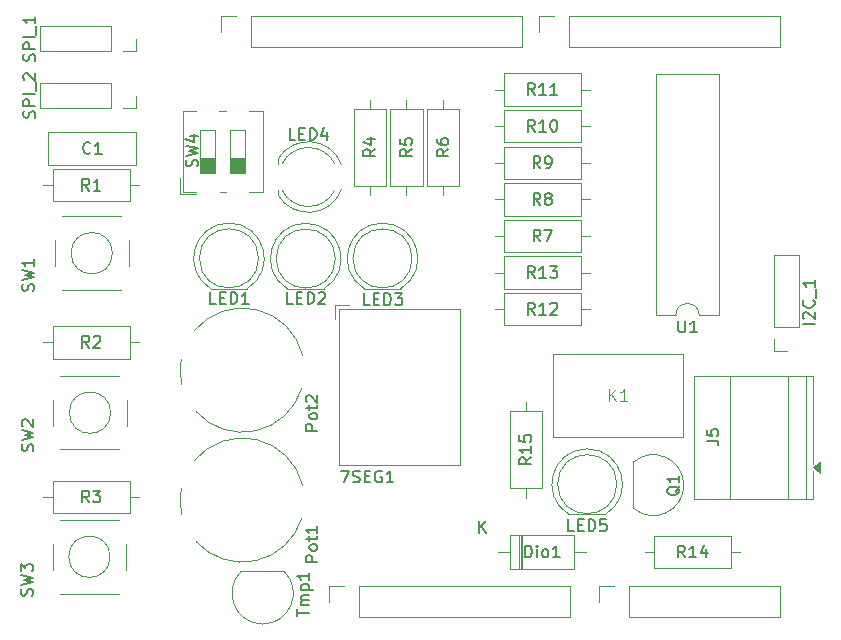
<source format=gbr>
G04 #@! TF.GenerationSoftware,KiCad,Pcbnew,9.0.4*
G04 #@! TF.CreationDate,2025-10-13T09:43:54+02:00*
G04 #@! TF.ProjectId,p1,70312e6b-6963-4616-945f-706362585858,rev?*
G04 #@! TF.SameCoordinates,Original*
G04 #@! TF.FileFunction,Legend,Top*
G04 #@! TF.FilePolarity,Positive*
%FSLAX46Y46*%
G04 Gerber Fmt 4.6, Leading zero omitted, Abs format (unit mm)*
G04 Created by KiCad (PCBNEW 9.0.4) date 2025-10-13 09:43:54*
%MOMM*%
%LPD*%
G01*
G04 APERTURE LIST*
%ADD10C,0.150000*%
%ADD11C,0.100000*%
%ADD12C,0.120000*%
G04 APERTURE END LIST*
D10*
X156350057Y-87685238D02*
X156302438Y-87780476D01*
X156302438Y-87780476D02*
X156207200Y-87875714D01*
X156207200Y-87875714D02*
X156064342Y-88018571D01*
X156064342Y-88018571D02*
X156016723Y-88113809D01*
X156016723Y-88113809D02*
X156016723Y-88209047D01*
X156254819Y-88161428D02*
X156207200Y-88256666D01*
X156207200Y-88256666D02*
X156111961Y-88351904D01*
X156111961Y-88351904D02*
X155921485Y-88399523D01*
X155921485Y-88399523D02*
X155588152Y-88399523D01*
X155588152Y-88399523D02*
X155397676Y-88351904D01*
X155397676Y-88351904D02*
X155302438Y-88256666D01*
X155302438Y-88256666D02*
X155254819Y-88161428D01*
X155254819Y-88161428D02*
X155254819Y-87970952D01*
X155254819Y-87970952D02*
X155302438Y-87875714D01*
X155302438Y-87875714D02*
X155397676Y-87780476D01*
X155397676Y-87780476D02*
X155588152Y-87732857D01*
X155588152Y-87732857D02*
X155921485Y-87732857D01*
X155921485Y-87732857D02*
X156111961Y-87780476D01*
X156111961Y-87780476D02*
X156207200Y-87875714D01*
X156207200Y-87875714D02*
X156254819Y-87970952D01*
X156254819Y-87970952D02*
X156254819Y-88161428D01*
X156254819Y-86780476D02*
X156254819Y-87351904D01*
X156254819Y-87066190D02*
X155254819Y-87066190D01*
X155254819Y-87066190D02*
X155397676Y-87161428D01*
X155397676Y-87161428D02*
X155492914Y-87256666D01*
X155492914Y-87256666D02*
X155540533Y-87351904D01*
X117080952Y-72254819D02*
X116604762Y-72254819D01*
X116604762Y-72254819D02*
X116604762Y-71254819D01*
X117414286Y-71731009D02*
X117747619Y-71731009D01*
X117890476Y-72254819D02*
X117414286Y-72254819D01*
X117414286Y-72254819D02*
X117414286Y-71254819D01*
X117414286Y-71254819D02*
X117890476Y-71254819D01*
X118319048Y-72254819D02*
X118319048Y-71254819D01*
X118319048Y-71254819D02*
X118557143Y-71254819D01*
X118557143Y-71254819D02*
X118700000Y-71302438D01*
X118700000Y-71302438D02*
X118795238Y-71397676D01*
X118795238Y-71397676D02*
X118842857Y-71492914D01*
X118842857Y-71492914D02*
X118890476Y-71683390D01*
X118890476Y-71683390D02*
X118890476Y-71826247D01*
X118890476Y-71826247D02*
X118842857Y-72016723D01*
X118842857Y-72016723D02*
X118795238Y-72111961D01*
X118795238Y-72111961D02*
X118700000Y-72207200D01*
X118700000Y-72207200D02*
X118557143Y-72254819D01*
X118557143Y-72254819D02*
X118319048Y-72254819D01*
X119842857Y-72254819D02*
X119271429Y-72254819D01*
X119557143Y-72254819D02*
X119557143Y-71254819D01*
X119557143Y-71254819D02*
X119461905Y-71397676D01*
X119461905Y-71397676D02*
X119366667Y-71492914D01*
X119366667Y-71492914D02*
X119271429Y-71540533D01*
X143251429Y-93704819D02*
X143251429Y-92704819D01*
X143251429Y-92704819D02*
X143489524Y-92704819D01*
X143489524Y-92704819D02*
X143632381Y-92752438D01*
X143632381Y-92752438D02*
X143727619Y-92847676D01*
X143727619Y-92847676D02*
X143775238Y-92942914D01*
X143775238Y-92942914D02*
X143822857Y-93133390D01*
X143822857Y-93133390D02*
X143822857Y-93276247D01*
X143822857Y-93276247D02*
X143775238Y-93466723D01*
X143775238Y-93466723D02*
X143727619Y-93561961D01*
X143727619Y-93561961D02*
X143632381Y-93657200D01*
X143632381Y-93657200D02*
X143489524Y-93704819D01*
X143489524Y-93704819D02*
X143251429Y-93704819D01*
X144251429Y-93704819D02*
X144251429Y-93038152D01*
X144251429Y-92704819D02*
X144203810Y-92752438D01*
X144203810Y-92752438D02*
X144251429Y-92800057D01*
X144251429Y-92800057D02*
X144299048Y-92752438D01*
X144299048Y-92752438D02*
X144251429Y-92704819D01*
X144251429Y-92704819D02*
X144251429Y-92800057D01*
X144870476Y-93704819D02*
X144775238Y-93657200D01*
X144775238Y-93657200D02*
X144727619Y-93609580D01*
X144727619Y-93609580D02*
X144680000Y-93514342D01*
X144680000Y-93514342D02*
X144680000Y-93228628D01*
X144680000Y-93228628D02*
X144727619Y-93133390D01*
X144727619Y-93133390D02*
X144775238Y-93085771D01*
X144775238Y-93085771D02*
X144870476Y-93038152D01*
X144870476Y-93038152D02*
X145013333Y-93038152D01*
X145013333Y-93038152D02*
X145108571Y-93085771D01*
X145108571Y-93085771D02*
X145156190Y-93133390D01*
X145156190Y-93133390D02*
X145203809Y-93228628D01*
X145203809Y-93228628D02*
X145203809Y-93514342D01*
X145203809Y-93514342D02*
X145156190Y-93609580D01*
X145156190Y-93609580D02*
X145108571Y-93657200D01*
X145108571Y-93657200D02*
X145013333Y-93704819D01*
X145013333Y-93704819D02*
X144870476Y-93704819D01*
X146156190Y-93704819D02*
X145584762Y-93704819D01*
X145870476Y-93704819D02*
X145870476Y-92704819D01*
X145870476Y-92704819D02*
X145775238Y-92847676D01*
X145775238Y-92847676D02*
X145680000Y-92942914D01*
X145680000Y-92942914D02*
X145584762Y-92990533D01*
X139338095Y-91604819D02*
X139338095Y-90604819D01*
X139909523Y-91604819D02*
X139480952Y-91033390D01*
X139909523Y-90604819D02*
X139338095Y-91176247D01*
X147380952Y-91479819D02*
X146904762Y-91479819D01*
X146904762Y-91479819D02*
X146904762Y-90479819D01*
X147714286Y-90956009D02*
X148047619Y-90956009D01*
X148190476Y-91479819D02*
X147714286Y-91479819D01*
X147714286Y-91479819D02*
X147714286Y-90479819D01*
X147714286Y-90479819D02*
X148190476Y-90479819D01*
X148619048Y-91479819D02*
X148619048Y-90479819D01*
X148619048Y-90479819D02*
X148857143Y-90479819D01*
X148857143Y-90479819D02*
X149000000Y-90527438D01*
X149000000Y-90527438D02*
X149095238Y-90622676D01*
X149095238Y-90622676D02*
X149142857Y-90717914D01*
X149142857Y-90717914D02*
X149190476Y-90908390D01*
X149190476Y-90908390D02*
X149190476Y-91051247D01*
X149190476Y-91051247D02*
X149142857Y-91241723D01*
X149142857Y-91241723D02*
X149095238Y-91336961D01*
X149095238Y-91336961D02*
X149000000Y-91432200D01*
X149000000Y-91432200D02*
X148857143Y-91479819D01*
X148857143Y-91479819D02*
X148619048Y-91479819D01*
X150095238Y-90479819D02*
X149619048Y-90479819D01*
X149619048Y-90479819D02*
X149571429Y-90956009D01*
X149571429Y-90956009D02*
X149619048Y-90908390D01*
X149619048Y-90908390D02*
X149714286Y-90860771D01*
X149714286Y-90860771D02*
X149952381Y-90860771D01*
X149952381Y-90860771D02*
X150047619Y-90908390D01*
X150047619Y-90908390D02*
X150095238Y-90956009D01*
X150095238Y-90956009D02*
X150142857Y-91051247D01*
X150142857Y-91051247D02*
X150142857Y-91289342D01*
X150142857Y-91289342D02*
X150095238Y-91384580D01*
X150095238Y-91384580D02*
X150047619Y-91432200D01*
X150047619Y-91432200D02*
X149952381Y-91479819D01*
X149952381Y-91479819D02*
X149714286Y-91479819D01*
X149714286Y-91479819D02*
X149619048Y-91432200D01*
X149619048Y-91432200D02*
X149571429Y-91384580D01*
D11*
X150361905Y-80457419D02*
X150361905Y-79457419D01*
X150933333Y-80457419D02*
X150504762Y-79885990D01*
X150933333Y-79457419D02*
X150361905Y-80028847D01*
X151885714Y-80457419D02*
X151314286Y-80457419D01*
X151600000Y-80457419D02*
X151600000Y-79457419D01*
X151600000Y-79457419D02*
X151504762Y-79600276D01*
X151504762Y-79600276D02*
X151409524Y-79695514D01*
X151409524Y-79695514D02*
X151314286Y-79743133D01*
D10*
X127661905Y-86354819D02*
X128328571Y-86354819D01*
X128328571Y-86354819D02*
X127900000Y-87354819D01*
X128661905Y-87307200D02*
X128804762Y-87354819D01*
X128804762Y-87354819D02*
X129042857Y-87354819D01*
X129042857Y-87354819D02*
X129138095Y-87307200D01*
X129138095Y-87307200D02*
X129185714Y-87259580D01*
X129185714Y-87259580D02*
X129233333Y-87164342D01*
X129233333Y-87164342D02*
X129233333Y-87069104D01*
X129233333Y-87069104D02*
X129185714Y-86973866D01*
X129185714Y-86973866D02*
X129138095Y-86926247D01*
X129138095Y-86926247D02*
X129042857Y-86878628D01*
X129042857Y-86878628D02*
X128852381Y-86831009D01*
X128852381Y-86831009D02*
X128757143Y-86783390D01*
X128757143Y-86783390D02*
X128709524Y-86735771D01*
X128709524Y-86735771D02*
X128661905Y-86640533D01*
X128661905Y-86640533D02*
X128661905Y-86545295D01*
X128661905Y-86545295D02*
X128709524Y-86450057D01*
X128709524Y-86450057D02*
X128757143Y-86402438D01*
X128757143Y-86402438D02*
X128852381Y-86354819D01*
X128852381Y-86354819D02*
X129090476Y-86354819D01*
X129090476Y-86354819D02*
X129233333Y-86402438D01*
X129661905Y-86831009D02*
X129995238Y-86831009D01*
X130138095Y-87354819D02*
X129661905Y-87354819D01*
X129661905Y-87354819D02*
X129661905Y-86354819D01*
X129661905Y-86354819D02*
X130138095Y-86354819D01*
X131090476Y-86402438D02*
X130995238Y-86354819D01*
X130995238Y-86354819D02*
X130852381Y-86354819D01*
X130852381Y-86354819D02*
X130709524Y-86402438D01*
X130709524Y-86402438D02*
X130614286Y-86497676D01*
X130614286Y-86497676D02*
X130566667Y-86592914D01*
X130566667Y-86592914D02*
X130519048Y-86783390D01*
X130519048Y-86783390D02*
X130519048Y-86926247D01*
X130519048Y-86926247D02*
X130566667Y-87116723D01*
X130566667Y-87116723D02*
X130614286Y-87211961D01*
X130614286Y-87211961D02*
X130709524Y-87307200D01*
X130709524Y-87307200D02*
X130852381Y-87354819D01*
X130852381Y-87354819D02*
X130947619Y-87354819D01*
X130947619Y-87354819D02*
X131090476Y-87307200D01*
X131090476Y-87307200D02*
X131138095Y-87259580D01*
X131138095Y-87259580D02*
X131138095Y-86926247D01*
X131138095Y-86926247D02*
X130947619Y-86926247D01*
X132090476Y-87354819D02*
X131519048Y-87354819D01*
X131804762Y-87354819D02*
X131804762Y-86354819D01*
X131804762Y-86354819D02*
X131709524Y-86497676D01*
X131709524Y-86497676D02*
X131614286Y-86592914D01*
X131614286Y-86592914D02*
X131519048Y-86640533D01*
X144057142Y-54554819D02*
X143723809Y-54078628D01*
X143485714Y-54554819D02*
X143485714Y-53554819D01*
X143485714Y-53554819D02*
X143866666Y-53554819D01*
X143866666Y-53554819D02*
X143961904Y-53602438D01*
X143961904Y-53602438D02*
X144009523Y-53650057D01*
X144009523Y-53650057D02*
X144057142Y-53745295D01*
X144057142Y-53745295D02*
X144057142Y-53888152D01*
X144057142Y-53888152D02*
X144009523Y-53983390D01*
X144009523Y-53983390D02*
X143961904Y-54031009D01*
X143961904Y-54031009D02*
X143866666Y-54078628D01*
X143866666Y-54078628D02*
X143485714Y-54078628D01*
X145009523Y-54554819D02*
X144438095Y-54554819D01*
X144723809Y-54554819D02*
X144723809Y-53554819D01*
X144723809Y-53554819D02*
X144628571Y-53697676D01*
X144628571Y-53697676D02*
X144533333Y-53792914D01*
X144533333Y-53792914D02*
X144438095Y-53840533D01*
X145961904Y-54554819D02*
X145390476Y-54554819D01*
X145676190Y-54554819D02*
X145676190Y-53554819D01*
X145676190Y-53554819D02*
X145580952Y-53697676D01*
X145580952Y-53697676D02*
X145485714Y-53792914D01*
X145485714Y-53792914D02*
X145390476Y-53840533D01*
X144533333Y-63854819D02*
X144200000Y-63378628D01*
X143961905Y-63854819D02*
X143961905Y-62854819D01*
X143961905Y-62854819D02*
X144342857Y-62854819D01*
X144342857Y-62854819D02*
X144438095Y-62902438D01*
X144438095Y-62902438D02*
X144485714Y-62950057D01*
X144485714Y-62950057D02*
X144533333Y-63045295D01*
X144533333Y-63045295D02*
X144533333Y-63188152D01*
X144533333Y-63188152D02*
X144485714Y-63283390D01*
X144485714Y-63283390D02*
X144438095Y-63331009D01*
X144438095Y-63331009D02*
X144342857Y-63378628D01*
X144342857Y-63378628D02*
X143961905Y-63378628D01*
X145104762Y-63283390D02*
X145009524Y-63235771D01*
X145009524Y-63235771D02*
X144961905Y-63188152D01*
X144961905Y-63188152D02*
X144914286Y-63092914D01*
X144914286Y-63092914D02*
X144914286Y-63045295D01*
X144914286Y-63045295D02*
X144961905Y-62950057D01*
X144961905Y-62950057D02*
X145009524Y-62902438D01*
X145009524Y-62902438D02*
X145104762Y-62854819D01*
X145104762Y-62854819D02*
X145295238Y-62854819D01*
X145295238Y-62854819D02*
X145390476Y-62902438D01*
X145390476Y-62902438D02*
X145438095Y-62950057D01*
X145438095Y-62950057D02*
X145485714Y-63045295D01*
X145485714Y-63045295D02*
X145485714Y-63092914D01*
X145485714Y-63092914D02*
X145438095Y-63188152D01*
X145438095Y-63188152D02*
X145390476Y-63235771D01*
X145390476Y-63235771D02*
X145295238Y-63283390D01*
X145295238Y-63283390D02*
X145104762Y-63283390D01*
X145104762Y-63283390D02*
X145009524Y-63331009D01*
X145009524Y-63331009D02*
X144961905Y-63378628D01*
X144961905Y-63378628D02*
X144914286Y-63473866D01*
X144914286Y-63473866D02*
X144914286Y-63664342D01*
X144914286Y-63664342D02*
X144961905Y-63759580D01*
X144961905Y-63759580D02*
X145009524Y-63807200D01*
X145009524Y-63807200D02*
X145104762Y-63854819D01*
X145104762Y-63854819D02*
X145295238Y-63854819D01*
X145295238Y-63854819D02*
X145390476Y-63807200D01*
X145390476Y-63807200D02*
X145438095Y-63759580D01*
X145438095Y-63759580D02*
X145485714Y-63664342D01*
X145485714Y-63664342D02*
X145485714Y-63473866D01*
X145485714Y-63473866D02*
X145438095Y-63378628D01*
X145438095Y-63378628D02*
X145390476Y-63331009D01*
X145390476Y-63331009D02*
X145295238Y-63283390D01*
X158604819Y-83833333D02*
X159319104Y-83833333D01*
X159319104Y-83833333D02*
X159461961Y-83880952D01*
X159461961Y-83880952D02*
X159557200Y-83976190D01*
X159557200Y-83976190D02*
X159604819Y-84119047D01*
X159604819Y-84119047D02*
X159604819Y-84214285D01*
X158604819Y-82880952D02*
X158604819Y-83357142D01*
X158604819Y-83357142D02*
X159081009Y-83404761D01*
X159081009Y-83404761D02*
X159033390Y-83357142D01*
X159033390Y-83357142D02*
X158985771Y-83261904D01*
X158985771Y-83261904D02*
X158985771Y-83023809D01*
X158985771Y-83023809D02*
X159033390Y-82928571D01*
X159033390Y-82928571D02*
X159081009Y-82880952D01*
X159081009Y-82880952D02*
X159176247Y-82833333D01*
X159176247Y-82833333D02*
X159414342Y-82833333D01*
X159414342Y-82833333D02*
X159509580Y-82880952D01*
X159509580Y-82880952D02*
X159557200Y-82928571D01*
X159557200Y-82928571D02*
X159604819Y-83023809D01*
X159604819Y-83023809D02*
X159604819Y-83261904D01*
X159604819Y-83261904D02*
X159557200Y-83357142D01*
X159557200Y-83357142D02*
X159509580Y-83404761D01*
X143754819Y-85242857D02*
X143278628Y-85576190D01*
X143754819Y-85814285D02*
X142754819Y-85814285D01*
X142754819Y-85814285D02*
X142754819Y-85433333D01*
X142754819Y-85433333D02*
X142802438Y-85338095D01*
X142802438Y-85338095D02*
X142850057Y-85290476D01*
X142850057Y-85290476D02*
X142945295Y-85242857D01*
X142945295Y-85242857D02*
X143088152Y-85242857D01*
X143088152Y-85242857D02*
X143183390Y-85290476D01*
X143183390Y-85290476D02*
X143231009Y-85338095D01*
X143231009Y-85338095D02*
X143278628Y-85433333D01*
X143278628Y-85433333D02*
X143278628Y-85814285D01*
X143754819Y-84290476D02*
X143754819Y-84861904D01*
X143754819Y-84576190D02*
X142754819Y-84576190D01*
X142754819Y-84576190D02*
X142897676Y-84671428D01*
X142897676Y-84671428D02*
X142992914Y-84766666D01*
X142992914Y-84766666D02*
X143040533Y-84861904D01*
X142754819Y-83385714D02*
X142754819Y-83861904D01*
X142754819Y-83861904D02*
X143231009Y-83909523D01*
X143231009Y-83909523D02*
X143183390Y-83861904D01*
X143183390Y-83861904D02*
X143135771Y-83766666D01*
X143135771Y-83766666D02*
X143135771Y-83528571D01*
X143135771Y-83528571D02*
X143183390Y-83433333D01*
X143183390Y-83433333D02*
X143231009Y-83385714D01*
X143231009Y-83385714D02*
X143326247Y-83338095D01*
X143326247Y-83338095D02*
X143564342Y-83338095D01*
X143564342Y-83338095D02*
X143659580Y-83385714D01*
X143659580Y-83385714D02*
X143707200Y-83433333D01*
X143707200Y-83433333D02*
X143754819Y-83528571D01*
X143754819Y-83528571D02*
X143754819Y-83766666D01*
X143754819Y-83766666D02*
X143707200Y-83861904D01*
X143707200Y-83861904D02*
X143659580Y-83909523D01*
X156228095Y-73664819D02*
X156228095Y-74474342D01*
X156228095Y-74474342D02*
X156275714Y-74569580D01*
X156275714Y-74569580D02*
X156323333Y-74617200D01*
X156323333Y-74617200D02*
X156418571Y-74664819D01*
X156418571Y-74664819D02*
X156609047Y-74664819D01*
X156609047Y-74664819D02*
X156704285Y-74617200D01*
X156704285Y-74617200D02*
X156751904Y-74569580D01*
X156751904Y-74569580D02*
X156799523Y-74474342D01*
X156799523Y-74474342D02*
X156799523Y-73664819D01*
X157799523Y-74664819D02*
X157228095Y-74664819D01*
X157513809Y-74664819D02*
X157513809Y-73664819D01*
X157513809Y-73664819D02*
X157418571Y-73807676D01*
X157418571Y-73807676D02*
X157323333Y-73902914D01*
X157323333Y-73902914D02*
X157228095Y-73950533D01*
X123580952Y-72254819D02*
X123104762Y-72254819D01*
X123104762Y-72254819D02*
X123104762Y-71254819D01*
X123914286Y-71731009D02*
X124247619Y-71731009D01*
X124390476Y-72254819D02*
X123914286Y-72254819D01*
X123914286Y-72254819D02*
X123914286Y-71254819D01*
X123914286Y-71254819D02*
X124390476Y-71254819D01*
X124819048Y-72254819D02*
X124819048Y-71254819D01*
X124819048Y-71254819D02*
X125057143Y-71254819D01*
X125057143Y-71254819D02*
X125200000Y-71302438D01*
X125200000Y-71302438D02*
X125295238Y-71397676D01*
X125295238Y-71397676D02*
X125342857Y-71492914D01*
X125342857Y-71492914D02*
X125390476Y-71683390D01*
X125390476Y-71683390D02*
X125390476Y-71826247D01*
X125390476Y-71826247D02*
X125342857Y-72016723D01*
X125342857Y-72016723D02*
X125295238Y-72111961D01*
X125295238Y-72111961D02*
X125200000Y-72207200D01*
X125200000Y-72207200D02*
X125057143Y-72254819D01*
X125057143Y-72254819D02*
X124819048Y-72254819D01*
X125771429Y-71350057D02*
X125819048Y-71302438D01*
X125819048Y-71302438D02*
X125914286Y-71254819D01*
X125914286Y-71254819D02*
X126152381Y-71254819D01*
X126152381Y-71254819D02*
X126247619Y-71302438D01*
X126247619Y-71302438D02*
X126295238Y-71350057D01*
X126295238Y-71350057D02*
X126342857Y-71445295D01*
X126342857Y-71445295D02*
X126342857Y-71540533D01*
X126342857Y-71540533D02*
X126295238Y-71683390D01*
X126295238Y-71683390D02*
X125723810Y-72254819D01*
X125723810Y-72254819D02*
X126342857Y-72254819D01*
X144057142Y-57654819D02*
X143723809Y-57178628D01*
X143485714Y-57654819D02*
X143485714Y-56654819D01*
X143485714Y-56654819D02*
X143866666Y-56654819D01*
X143866666Y-56654819D02*
X143961904Y-56702438D01*
X143961904Y-56702438D02*
X144009523Y-56750057D01*
X144009523Y-56750057D02*
X144057142Y-56845295D01*
X144057142Y-56845295D02*
X144057142Y-56988152D01*
X144057142Y-56988152D02*
X144009523Y-57083390D01*
X144009523Y-57083390D02*
X143961904Y-57131009D01*
X143961904Y-57131009D02*
X143866666Y-57178628D01*
X143866666Y-57178628D02*
X143485714Y-57178628D01*
X145009523Y-57654819D02*
X144438095Y-57654819D01*
X144723809Y-57654819D02*
X144723809Y-56654819D01*
X144723809Y-56654819D02*
X144628571Y-56797676D01*
X144628571Y-56797676D02*
X144533333Y-56892914D01*
X144533333Y-56892914D02*
X144438095Y-56940533D01*
X145628571Y-56654819D02*
X145723809Y-56654819D01*
X145723809Y-56654819D02*
X145819047Y-56702438D01*
X145819047Y-56702438D02*
X145866666Y-56750057D01*
X145866666Y-56750057D02*
X145914285Y-56845295D01*
X145914285Y-56845295D02*
X145961904Y-57035771D01*
X145961904Y-57035771D02*
X145961904Y-57273866D01*
X145961904Y-57273866D02*
X145914285Y-57464342D01*
X145914285Y-57464342D02*
X145866666Y-57559580D01*
X145866666Y-57559580D02*
X145819047Y-57607200D01*
X145819047Y-57607200D02*
X145723809Y-57654819D01*
X145723809Y-57654819D02*
X145628571Y-57654819D01*
X145628571Y-57654819D02*
X145533333Y-57607200D01*
X145533333Y-57607200D02*
X145485714Y-57559580D01*
X145485714Y-57559580D02*
X145438095Y-57464342D01*
X145438095Y-57464342D02*
X145390476Y-57273866D01*
X145390476Y-57273866D02*
X145390476Y-57035771D01*
X145390476Y-57035771D02*
X145438095Y-56845295D01*
X145438095Y-56845295D02*
X145485714Y-56750057D01*
X145485714Y-56750057D02*
X145533333Y-56702438D01*
X145533333Y-56702438D02*
X145628571Y-56654819D01*
X106333333Y-89054819D02*
X106000000Y-88578628D01*
X105761905Y-89054819D02*
X105761905Y-88054819D01*
X105761905Y-88054819D02*
X106142857Y-88054819D01*
X106142857Y-88054819D02*
X106238095Y-88102438D01*
X106238095Y-88102438D02*
X106285714Y-88150057D01*
X106285714Y-88150057D02*
X106333333Y-88245295D01*
X106333333Y-88245295D02*
X106333333Y-88388152D01*
X106333333Y-88388152D02*
X106285714Y-88483390D01*
X106285714Y-88483390D02*
X106238095Y-88531009D01*
X106238095Y-88531009D02*
X106142857Y-88578628D01*
X106142857Y-88578628D02*
X105761905Y-88578628D01*
X106666667Y-88054819D02*
X107285714Y-88054819D01*
X107285714Y-88054819D02*
X106952381Y-88435771D01*
X106952381Y-88435771D02*
X107095238Y-88435771D01*
X107095238Y-88435771D02*
X107190476Y-88483390D01*
X107190476Y-88483390D02*
X107238095Y-88531009D01*
X107238095Y-88531009D02*
X107285714Y-88626247D01*
X107285714Y-88626247D02*
X107285714Y-88864342D01*
X107285714Y-88864342D02*
X107238095Y-88959580D01*
X107238095Y-88959580D02*
X107190476Y-89007200D01*
X107190476Y-89007200D02*
X107095238Y-89054819D01*
X107095238Y-89054819D02*
X106809524Y-89054819D01*
X106809524Y-89054819D02*
X106714286Y-89007200D01*
X106714286Y-89007200D02*
X106666667Y-88959580D01*
X101507200Y-96933332D02*
X101554819Y-96790475D01*
X101554819Y-96790475D02*
X101554819Y-96552380D01*
X101554819Y-96552380D02*
X101507200Y-96457142D01*
X101507200Y-96457142D02*
X101459580Y-96409523D01*
X101459580Y-96409523D02*
X101364342Y-96361904D01*
X101364342Y-96361904D02*
X101269104Y-96361904D01*
X101269104Y-96361904D02*
X101173866Y-96409523D01*
X101173866Y-96409523D02*
X101126247Y-96457142D01*
X101126247Y-96457142D02*
X101078628Y-96552380D01*
X101078628Y-96552380D02*
X101031009Y-96742856D01*
X101031009Y-96742856D02*
X100983390Y-96838094D01*
X100983390Y-96838094D02*
X100935771Y-96885713D01*
X100935771Y-96885713D02*
X100840533Y-96933332D01*
X100840533Y-96933332D02*
X100745295Y-96933332D01*
X100745295Y-96933332D02*
X100650057Y-96885713D01*
X100650057Y-96885713D02*
X100602438Y-96838094D01*
X100602438Y-96838094D02*
X100554819Y-96742856D01*
X100554819Y-96742856D02*
X100554819Y-96504761D01*
X100554819Y-96504761D02*
X100602438Y-96361904D01*
X100554819Y-96028570D02*
X101554819Y-95790475D01*
X101554819Y-95790475D02*
X100840533Y-95599999D01*
X100840533Y-95599999D02*
X101554819Y-95409523D01*
X101554819Y-95409523D02*
X100554819Y-95171428D01*
X100554819Y-94885713D02*
X100554819Y-94266666D01*
X100554819Y-94266666D02*
X100935771Y-94599999D01*
X100935771Y-94599999D02*
X100935771Y-94457142D01*
X100935771Y-94457142D02*
X100983390Y-94361904D01*
X100983390Y-94361904D02*
X101031009Y-94314285D01*
X101031009Y-94314285D02*
X101126247Y-94266666D01*
X101126247Y-94266666D02*
X101364342Y-94266666D01*
X101364342Y-94266666D02*
X101459580Y-94314285D01*
X101459580Y-94314285D02*
X101507200Y-94361904D01*
X101507200Y-94361904D02*
X101554819Y-94457142D01*
X101554819Y-94457142D02*
X101554819Y-94742856D01*
X101554819Y-94742856D02*
X101507200Y-94838094D01*
X101507200Y-94838094D02*
X101459580Y-94885713D01*
X106433333Y-59459580D02*
X106385714Y-59507200D01*
X106385714Y-59507200D02*
X106242857Y-59554819D01*
X106242857Y-59554819D02*
X106147619Y-59554819D01*
X106147619Y-59554819D02*
X106004762Y-59507200D01*
X106004762Y-59507200D02*
X105909524Y-59411961D01*
X105909524Y-59411961D02*
X105861905Y-59316723D01*
X105861905Y-59316723D02*
X105814286Y-59126247D01*
X105814286Y-59126247D02*
X105814286Y-58983390D01*
X105814286Y-58983390D02*
X105861905Y-58792914D01*
X105861905Y-58792914D02*
X105909524Y-58697676D01*
X105909524Y-58697676D02*
X106004762Y-58602438D01*
X106004762Y-58602438D02*
X106147619Y-58554819D01*
X106147619Y-58554819D02*
X106242857Y-58554819D01*
X106242857Y-58554819D02*
X106385714Y-58602438D01*
X106385714Y-58602438D02*
X106433333Y-58650057D01*
X107385714Y-59554819D02*
X106814286Y-59554819D01*
X107100000Y-59554819D02*
X107100000Y-58554819D01*
X107100000Y-58554819D02*
X107004762Y-58697676D01*
X107004762Y-58697676D02*
X106909524Y-58792914D01*
X106909524Y-58792914D02*
X106814286Y-58840533D01*
X144533333Y-66954819D02*
X144200000Y-66478628D01*
X143961905Y-66954819D02*
X143961905Y-65954819D01*
X143961905Y-65954819D02*
X144342857Y-65954819D01*
X144342857Y-65954819D02*
X144438095Y-66002438D01*
X144438095Y-66002438D02*
X144485714Y-66050057D01*
X144485714Y-66050057D02*
X144533333Y-66145295D01*
X144533333Y-66145295D02*
X144533333Y-66288152D01*
X144533333Y-66288152D02*
X144485714Y-66383390D01*
X144485714Y-66383390D02*
X144438095Y-66431009D01*
X144438095Y-66431009D02*
X144342857Y-66478628D01*
X144342857Y-66478628D02*
X143961905Y-66478628D01*
X144866667Y-65954819D02*
X145533333Y-65954819D01*
X145533333Y-65954819D02*
X145104762Y-66954819D01*
X123954819Y-98680951D02*
X123954819Y-98109523D01*
X124954819Y-98395237D02*
X123954819Y-98395237D01*
X124954819Y-97776189D02*
X124288152Y-97776189D01*
X124383390Y-97776189D02*
X124335771Y-97728570D01*
X124335771Y-97728570D02*
X124288152Y-97633332D01*
X124288152Y-97633332D02*
X124288152Y-97490475D01*
X124288152Y-97490475D02*
X124335771Y-97395237D01*
X124335771Y-97395237D02*
X124431009Y-97347618D01*
X124431009Y-97347618D02*
X124954819Y-97347618D01*
X124431009Y-97347618D02*
X124335771Y-97299999D01*
X124335771Y-97299999D02*
X124288152Y-97204761D01*
X124288152Y-97204761D02*
X124288152Y-97061904D01*
X124288152Y-97061904D02*
X124335771Y-96966665D01*
X124335771Y-96966665D02*
X124431009Y-96919046D01*
X124431009Y-96919046D02*
X124954819Y-96919046D01*
X124288152Y-96442856D02*
X125288152Y-96442856D01*
X124335771Y-96442856D02*
X124288152Y-96347618D01*
X124288152Y-96347618D02*
X124288152Y-96157142D01*
X124288152Y-96157142D02*
X124335771Y-96061904D01*
X124335771Y-96061904D02*
X124383390Y-96014285D01*
X124383390Y-96014285D02*
X124478628Y-95966666D01*
X124478628Y-95966666D02*
X124764342Y-95966666D01*
X124764342Y-95966666D02*
X124859580Y-96014285D01*
X124859580Y-96014285D02*
X124907200Y-96061904D01*
X124907200Y-96061904D02*
X124954819Y-96157142D01*
X124954819Y-96157142D02*
X124954819Y-96347618D01*
X124954819Y-96347618D02*
X124907200Y-96442856D01*
X124954819Y-95014285D02*
X124954819Y-95585713D01*
X124954819Y-95299999D02*
X123954819Y-95299999D01*
X123954819Y-95299999D02*
X124097676Y-95395237D01*
X124097676Y-95395237D02*
X124192914Y-95490475D01*
X124192914Y-95490475D02*
X124240533Y-95585713D01*
X115475897Y-60595177D02*
X115523516Y-60452320D01*
X115523516Y-60452320D02*
X115523516Y-60214225D01*
X115523516Y-60214225D02*
X115475897Y-60118987D01*
X115475897Y-60118987D02*
X115428277Y-60071368D01*
X115428277Y-60071368D02*
X115333039Y-60023749D01*
X115333039Y-60023749D02*
X115237801Y-60023749D01*
X115237801Y-60023749D02*
X115142563Y-60071368D01*
X115142563Y-60071368D02*
X115094944Y-60118987D01*
X115094944Y-60118987D02*
X115047325Y-60214225D01*
X115047325Y-60214225D02*
X114999706Y-60404701D01*
X114999706Y-60404701D02*
X114952087Y-60499939D01*
X114952087Y-60499939D02*
X114904468Y-60547558D01*
X114904468Y-60547558D02*
X114809230Y-60595177D01*
X114809230Y-60595177D02*
X114713992Y-60595177D01*
X114713992Y-60595177D02*
X114618754Y-60547558D01*
X114618754Y-60547558D02*
X114571135Y-60499939D01*
X114571135Y-60499939D02*
X114523516Y-60404701D01*
X114523516Y-60404701D02*
X114523516Y-60166606D01*
X114523516Y-60166606D02*
X114571135Y-60023749D01*
X114523516Y-59690415D02*
X115523516Y-59452320D01*
X115523516Y-59452320D02*
X114809230Y-59261844D01*
X114809230Y-59261844D02*
X115523516Y-59071368D01*
X115523516Y-59071368D02*
X114523516Y-58833273D01*
X114856849Y-58023749D02*
X115523516Y-58023749D01*
X114475897Y-58261844D02*
X115190182Y-58499939D01*
X115190182Y-58499939D02*
X115190182Y-57880892D01*
X106333333Y-75954819D02*
X106000000Y-75478628D01*
X105761905Y-75954819D02*
X105761905Y-74954819D01*
X105761905Y-74954819D02*
X106142857Y-74954819D01*
X106142857Y-74954819D02*
X106238095Y-75002438D01*
X106238095Y-75002438D02*
X106285714Y-75050057D01*
X106285714Y-75050057D02*
X106333333Y-75145295D01*
X106333333Y-75145295D02*
X106333333Y-75288152D01*
X106333333Y-75288152D02*
X106285714Y-75383390D01*
X106285714Y-75383390D02*
X106238095Y-75431009D01*
X106238095Y-75431009D02*
X106142857Y-75478628D01*
X106142857Y-75478628D02*
X105761905Y-75478628D01*
X106714286Y-75050057D02*
X106761905Y-75002438D01*
X106761905Y-75002438D02*
X106857143Y-74954819D01*
X106857143Y-74954819D02*
X107095238Y-74954819D01*
X107095238Y-74954819D02*
X107190476Y-75002438D01*
X107190476Y-75002438D02*
X107238095Y-75050057D01*
X107238095Y-75050057D02*
X107285714Y-75145295D01*
X107285714Y-75145295D02*
X107285714Y-75240533D01*
X107285714Y-75240533D02*
X107238095Y-75383390D01*
X107238095Y-75383390D02*
X106666667Y-75954819D01*
X106666667Y-75954819D02*
X107285714Y-75954819D01*
X136754819Y-59146666D02*
X136278628Y-59479999D01*
X136754819Y-59718094D02*
X135754819Y-59718094D01*
X135754819Y-59718094D02*
X135754819Y-59337142D01*
X135754819Y-59337142D02*
X135802438Y-59241904D01*
X135802438Y-59241904D02*
X135850057Y-59194285D01*
X135850057Y-59194285D02*
X135945295Y-59146666D01*
X135945295Y-59146666D02*
X136088152Y-59146666D01*
X136088152Y-59146666D02*
X136183390Y-59194285D01*
X136183390Y-59194285D02*
X136231009Y-59241904D01*
X136231009Y-59241904D02*
X136278628Y-59337142D01*
X136278628Y-59337142D02*
X136278628Y-59718094D01*
X135754819Y-58289523D02*
X135754819Y-58479999D01*
X135754819Y-58479999D02*
X135802438Y-58575237D01*
X135802438Y-58575237D02*
X135850057Y-58622856D01*
X135850057Y-58622856D02*
X135992914Y-58718094D01*
X135992914Y-58718094D02*
X136183390Y-58765713D01*
X136183390Y-58765713D02*
X136564342Y-58765713D01*
X136564342Y-58765713D02*
X136659580Y-58718094D01*
X136659580Y-58718094D02*
X136707200Y-58670475D01*
X136707200Y-58670475D02*
X136754819Y-58575237D01*
X136754819Y-58575237D02*
X136754819Y-58384761D01*
X136754819Y-58384761D02*
X136707200Y-58289523D01*
X136707200Y-58289523D02*
X136659580Y-58241904D01*
X136659580Y-58241904D02*
X136564342Y-58194285D01*
X136564342Y-58194285D02*
X136326247Y-58194285D01*
X136326247Y-58194285D02*
X136231009Y-58241904D01*
X136231009Y-58241904D02*
X136183390Y-58289523D01*
X136183390Y-58289523D02*
X136135771Y-58384761D01*
X136135771Y-58384761D02*
X136135771Y-58575237D01*
X136135771Y-58575237D02*
X136183390Y-58670475D01*
X136183390Y-58670475D02*
X136231009Y-58718094D01*
X136231009Y-58718094D02*
X136326247Y-58765713D01*
X156777142Y-93704819D02*
X156443809Y-93228628D01*
X156205714Y-93704819D02*
X156205714Y-92704819D01*
X156205714Y-92704819D02*
X156586666Y-92704819D01*
X156586666Y-92704819D02*
X156681904Y-92752438D01*
X156681904Y-92752438D02*
X156729523Y-92800057D01*
X156729523Y-92800057D02*
X156777142Y-92895295D01*
X156777142Y-92895295D02*
X156777142Y-93038152D01*
X156777142Y-93038152D02*
X156729523Y-93133390D01*
X156729523Y-93133390D02*
X156681904Y-93181009D01*
X156681904Y-93181009D02*
X156586666Y-93228628D01*
X156586666Y-93228628D02*
X156205714Y-93228628D01*
X157729523Y-93704819D02*
X157158095Y-93704819D01*
X157443809Y-93704819D02*
X157443809Y-92704819D01*
X157443809Y-92704819D02*
X157348571Y-92847676D01*
X157348571Y-92847676D02*
X157253333Y-92942914D01*
X157253333Y-92942914D02*
X157158095Y-92990533D01*
X158586666Y-93038152D02*
X158586666Y-93704819D01*
X158348571Y-92657200D02*
X158110476Y-93371485D01*
X158110476Y-93371485D02*
X158729523Y-93371485D01*
X144057142Y-73154819D02*
X143723809Y-72678628D01*
X143485714Y-73154819D02*
X143485714Y-72154819D01*
X143485714Y-72154819D02*
X143866666Y-72154819D01*
X143866666Y-72154819D02*
X143961904Y-72202438D01*
X143961904Y-72202438D02*
X144009523Y-72250057D01*
X144009523Y-72250057D02*
X144057142Y-72345295D01*
X144057142Y-72345295D02*
X144057142Y-72488152D01*
X144057142Y-72488152D02*
X144009523Y-72583390D01*
X144009523Y-72583390D02*
X143961904Y-72631009D01*
X143961904Y-72631009D02*
X143866666Y-72678628D01*
X143866666Y-72678628D02*
X143485714Y-72678628D01*
X145009523Y-73154819D02*
X144438095Y-73154819D01*
X144723809Y-73154819D02*
X144723809Y-72154819D01*
X144723809Y-72154819D02*
X144628571Y-72297676D01*
X144628571Y-72297676D02*
X144533333Y-72392914D01*
X144533333Y-72392914D02*
X144438095Y-72440533D01*
X145390476Y-72250057D02*
X145438095Y-72202438D01*
X145438095Y-72202438D02*
X145533333Y-72154819D01*
X145533333Y-72154819D02*
X145771428Y-72154819D01*
X145771428Y-72154819D02*
X145866666Y-72202438D01*
X145866666Y-72202438D02*
X145914285Y-72250057D01*
X145914285Y-72250057D02*
X145961904Y-72345295D01*
X145961904Y-72345295D02*
X145961904Y-72440533D01*
X145961904Y-72440533D02*
X145914285Y-72583390D01*
X145914285Y-72583390D02*
X145342857Y-73154819D01*
X145342857Y-73154819D02*
X145961904Y-73154819D01*
X123775952Y-58354819D02*
X123299762Y-58354819D01*
X123299762Y-58354819D02*
X123299762Y-57354819D01*
X124109286Y-57831009D02*
X124442619Y-57831009D01*
X124585476Y-58354819D02*
X124109286Y-58354819D01*
X124109286Y-58354819D02*
X124109286Y-57354819D01*
X124109286Y-57354819D02*
X124585476Y-57354819D01*
X125014048Y-58354819D02*
X125014048Y-57354819D01*
X125014048Y-57354819D02*
X125252143Y-57354819D01*
X125252143Y-57354819D02*
X125395000Y-57402438D01*
X125395000Y-57402438D02*
X125490238Y-57497676D01*
X125490238Y-57497676D02*
X125537857Y-57592914D01*
X125537857Y-57592914D02*
X125585476Y-57783390D01*
X125585476Y-57783390D02*
X125585476Y-57926247D01*
X125585476Y-57926247D02*
X125537857Y-58116723D01*
X125537857Y-58116723D02*
X125490238Y-58211961D01*
X125490238Y-58211961D02*
X125395000Y-58307200D01*
X125395000Y-58307200D02*
X125252143Y-58354819D01*
X125252143Y-58354819D02*
X125014048Y-58354819D01*
X126442619Y-57688152D02*
X126442619Y-58354819D01*
X126204524Y-57307200D02*
X125966429Y-58021485D01*
X125966429Y-58021485D02*
X126585476Y-58021485D01*
X130554819Y-59146666D02*
X130078628Y-59479999D01*
X130554819Y-59718094D02*
X129554819Y-59718094D01*
X129554819Y-59718094D02*
X129554819Y-59337142D01*
X129554819Y-59337142D02*
X129602438Y-59241904D01*
X129602438Y-59241904D02*
X129650057Y-59194285D01*
X129650057Y-59194285D02*
X129745295Y-59146666D01*
X129745295Y-59146666D02*
X129888152Y-59146666D01*
X129888152Y-59146666D02*
X129983390Y-59194285D01*
X129983390Y-59194285D02*
X130031009Y-59241904D01*
X130031009Y-59241904D02*
X130078628Y-59337142D01*
X130078628Y-59337142D02*
X130078628Y-59718094D01*
X129888152Y-58289523D02*
X130554819Y-58289523D01*
X129507200Y-58527618D02*
X130221485Y-58765713D01*
X130221485Y-58765713D02*
X130221485Y-58146666D01*
X130080952Y-72354819D02*
X129604762Y-72354819D01*
X129604762Y-72354819D02*
X129604762Y-71354819D01*
X130414286Y-71831009D02*
X130747619Y-71831009D01*
X130890476Y-72354819D02*
X130414286Y-72354819D01*
X130414286Y-72354819D02*
X130414286Y-71354819D01*
X130414286Y-71354819D02*
X130890476Y-71354819D01*
X131319048Y-72354819D02*
X131319048Y-71354819D01*
X131319048Y-71354819D02*
X131557143Y-71354819D01*
X131557143Y-71354819D02*
X131700000Y-71402438D01*
X131700000Y-71402438D02*
X131795238Y-71497676D01*
X131795238Y-71497676D02*
X131842857Y-71592914D01*
X131842857Y-71592914D02*
X131890476Y-71783390D01*
X131890476Y-71783390D02*
X131890476Y-71926247D01*
X131890476Y-71926247D02*
X131842857Y-72116723D01*
X131842857Y-72116723D02*
X131795238Y-72211961D01*
X131795238Y-72211961D02*
X131700000Y-72307200D01*
X131700000Y-72307200D02*
X131557143Y-72354819D01*
X131557143Y-72354819D02*
X131319048Y-72354819D01*
X132223810Y-71354819D02*
X132842857Y-71354819D01*
X132842857Y-71354819D02*
X132509524Y-71735771D01*
X132509524Y-71735771D02*
X132652381Y-71735771D01*
X132652381Y-71735771D02*
X132747619Y-71783390D01*
X132747619Y-71783390D02*
X132795238Y-71831009D01*
X132795238Y-71831009D02*
X132842857Y-71926247D01*
X132842857Y-71926247D02*
X132842857Y-72164342D01*
X132842857Y-72164342D02*
X132795238Y-72259580D01*
X132795238Y-72259580D02*
X132747619Y-72307200D01*
X132747619Y-72307200D02*
X132652381Y-72354819D01*
X132652381Y-72354819D02*
X132366667Y-72354819D01*
X132366667Y-72354819D02*
X132271429Y-72307200D01*
X132271429Y-72307200D02*
X132223810Y-72259580D01*
X101557200Y-84683332D02*
X101604819Y-84540475D01*
X101604819Y-84540475D02*
X101604819Y-84302380D01*
X101604819Y-84302380D02*
X101557200Y-84207142D01*
X101557200Y-84207142D02*
X101509580Y-84159523D01*
X101509580Y-84159523D02*
X101414342Y-84111904D01*
X101414342Y-84111904D02*
X101319104Y-84111904D01*
X101319104Y-84111904D02*
X101223866Y-84159523D01*
X101223866Y-84159523D02*
X101176247Y-84207142D01*
X101176247Y-84207142D02*
X101128628Y-84302380D01*
X101128628Y-84302380D02*
X101081009Y-84492856D01*
X101081009Y-84492856D02*
X101033390Y-84588094D01*
X101033390Y-84588094D02*
X100985771Y-84635713D01*
X100985771Y-84635713D02*
X100890533Y-84683332D01*
X100890533Y-84683332D02*
X100795295Y-84683332D01*
X100795295Y-84683332D02*
X100700057Y-84635713D01*
X100700057Y-84635713D02*
X100652438Y-84588094D01*
X100652438Y-84588094D02*
X100604819Y-84492856D01*
X100604819Y-84492856D02*
X100604819Y-84254761D01*
X100604819Y-84254761D02*
X100652438Y-84111904D01*
X100604819Y-83778570D02*
X101604819Y-83540475D01*
X101604819Y-83540475D02*
X100890533Y-83349999D01*
X100890533Y-83349999D02*
X101604819Y-83159523D01*
X101604819Y-83159523D02*
X100604819Y-82921428D01*
X100700057Y-82588094D02*
X100652438Y-82540475D01*
X100652438Y-82540475D02*
X100604819Y-82445237D01*
X100604819Y-82445237D02*
X100604819Y-82207142D01*
X100604819Y-82207142D02*
X100652438Y-82111904D01*
X100652438Y-82111904D02*
X100700057Y-82064285D01*
X100700057Y-82064285D02*
X100795295Y-82016666D01*
X100795295Y-82016666D02*
X100890533Y-82016666D01*
X100890533Y-82016666D02*
X101033390Y-82064285D01*
X101033390Y-82064285D02*
X101604819Y-82635713D01*
X101604819Y-82635713D02*
X101604819Y-82016666D01*
X101607200Y-71133332D02*
X101654819Y-70990475D01*
X101654819Y-70990475D02*
X101654819Y-70752380D01*
X101654819Y-70752380D02*
X101607200Y-70657142D01*
X101607200Y-70657142D02*
X101559580Y-70609523D01*
X101559580Y-70609523D02*
X101464342Y-70561904D01*
X101464342Y-70561904D02*
X101369104Y-70561904D01*
X101369104Y-70561904D02*
X101273866Y-70609523D01*
X101273866Y-70609523D02*
X101226247Y-70657142D01*
X101226247Y-70657142D02*
X101178628Y-70752380D01*
X101178628Y-70752380D02*
X101131009Y-70942856D01*
X101131009Y-70942856D02*
X101083390Y-71038094D01*
X101083390Y-71038094D02*
X101035771Y-71085713D01*
X101035771Y-71085713D02*
X100940533Y-71133332D01*
X100940533Y-71133332D02*
X100845295Y-71133332D01*
X100845295Y-71133332D02*
X100750057Y-71085713D01*
X100750057Y-71085713D02*
X100702438Y-71038094D01*
X100702438Y-71038094D02*
X100654819Y-70942856D01*
X100654819Y-70942856D02*
X100654819Y-70704761D01*
X100654819Y-70704761D02*
X100702438Y-70561904D01*
X100654819Y-70228570D02*
X101654819Y-69990475D01*
X101654819Y-69990475D02*
X100940533Y-69799999D01*
X100940533Y-69799999D02*
X101654819Y-69609523D01*
X101654819Y-69609523D02*
X100654819Y-69371428D01*
X101654819Y-68466666D02*
X101654819Y-69038094D01*
X101654819Y-68752380D02*
X100654819Y-68752380D01*
X100654819Y-68752380D02*
X100797676Y-68847618D01*
X100797676Y-68847618D02*
X100892914Y-68942856D01*
X100892914Y-68942856D02*
X100940533Y-69038094D01*
X125654819Y-82976190D02*
X124654819Y-82976190D01*
X124654819Y-82976190D02*
X124654819Y-82595238D01*
X124654819Y-82595238D02*
X124702438Y-82500000D01*
X124702438Y-82500000D02*
X124750057Y-82452381D01*
X124750057Y-82452381D02*
X124845295Y-82404762D01*
X124845295Y-82404762D02*
X124988152Y-82404762D01*
X124988152Y-82404762D02*
X125083390Y-82452381D01*
X125083390Y-82452381D02*
X125131009Y-82500000D01*
X125131009Y-82500000D02*
X125178628Y-82595238D01*
X125178628Y-82595238D02*
X125178628Y-82976190D01*
X125654819Y-81833333D02*
X125607200Y-81928571D01*
X125607200Y-81928571D02*
X125559580Y-81976190D01*
X125559580Y-81976190D02*
X125464342Y-82023809D01*
X125464342Y-82023809D02*
X125178628Y-82023809D01*
X125178628Y-82023809D02*
X125083390Y-81976190D01*
X125083390Y-81976190D02*
X125035771Y-81928571D01*
X125035771Y-81928571D02*
X124988152Y-81833333D01*
X124988152Y-81833333D02*
X124988152Y-81690476D01*
X124988152Y-81690476D02*
X125035771Y-81595238D01*
X125035771Y-81595238D02*
X125083390Y-81547619D01*
X125083390Y-81547619D02*
X125178628Y-81500000D01*
X125178628Y-81500000D02*
X125464342Y-81500000D01*
X125464342Y-81500000D02*
X125559580Y-81547619D01*
X125559580Y-81547619D02*
X125607200Y-81595238D01*
X125607200Y-81595238D02*
X125654819Y-81690476D01*
X125654819Y-81690476D02*
X125654819Y-81833333D01*
X124988152Y-81214285D02*
X124988152Y-80833333D01*
X124654819Y-81071428D02*
X125511961Y-81071428D01*
X125511961Y-81071428D02*
X125607200Y-81023809D01*
X125607200Y-81023809D02*
X125654819Y-80928571D01*
X125654819Y-80928571D02*
X125654819Y-80833333D01*
X124750057Y-80547618D02*
X124702438Y-80499999D01*
X124702438Y-80499999D02*
X124654819Y-80404761D01*
X124654819Y-80404761D02*
X124654819Y-80166666D01*
X124654819Y-80166666D02*
X124702438Y-80071428D01*
X124702438Y-80071428D02*
X124750057Y-80023809D01*
X124750057Y-80023809D02*
X124845295Y-79976190D01*
X124845295Y-79976190D02*
X124940533Y-79976190D01*
X124940533Y-79976190D02*
X125083390Y-80023809D01*
X125083390Y-80023809D02*
X125654819Y-80595237D01*
X125654819Y-80595237D02*
X125654819Y-79976190D01*
X144533333Y-60754819D02*
X144200000Y-60278628D01*
X143961905Y-60754819D02*
X143961905Y-59754819D01*
X143961905Y-59754819D02*
X144342857Y-59754819D01*
X144342857Y-59754819D02*
X144438095Y-59802438D01*
X144438095Y-59802438D02*
X144485714Y-59850057D01*
X144485714Y-59850057D02*
X144533333Y-59945295D01*
X144533333Y-59945295D02*
X144533333Y-60088152D01*
X144533333Y-60088152D02*
X144485714Y-60183390D01*
X144485714Y-60183390D02*
X144438095Y-60231009D01*
X144438095Y-60231009D02*
X144342857Y-60278628D01*
X144342857Y-60278628D02*
X143961905Y-60278628D01*
X145009524Y-60754819D02*
X145200000Y-60754819D01*
X145200000Y-60754819D02*
X145295238Y-60707200D01*
X145295238Y-60707200D02*
X145342857Y-60659580D01*
X145342857Y-60659580D02*
X145438095Y-60516723D01*
X145438095Y-60516723D02*
X145485714Y-60326247D01*
X145485714Y-60326247D02*
X145485714Y-59945295D01*
X145485714Y-59945295D02*
X145438095Y-59850057D01*
X145438095Y-59850057D02*
X145390476Y-59802438D01*
X145390476Y-59802438D02*
X145295238Y-59754819D01*
X145295238Y-59754819D02*
X145104762Y-59754819D01*
X145104762Y-59754819D02*
X145009524Y-59802438D01*
X145009524Y-59802438D02*
X144961905Y-59850057D01*
X144961905Y-59850057D02*
X144914286Y-59945295D01*
X144914286Y-59945295D02*
X144914286Y-60183390D01*
X144914286Y-60183390D02*
X144961905Y-60278628D01*
X144961905Y-60278628D02*
X145009524Y-60326247D01*
X145009524Y-60326247D02*
X145104762Y-60373866D01*
X145104762Y-60373866D02*
X145295238Y-60373866D01*
X145295238Y-60373866D02*
X145390476Y-60326247D01*
X145390476Y-60326247D02*
X145438095Y-60278628D01*
X145438095Y-60278628D02*
X145485714Y-60183390D01*
X133654819Y-59146666D02*
X133178628Y-59479999D01*
X133654819Y-59718094D02*
X132654819Y-59718094D01*
X132654819Y-59718094D02*
X132654819Y-59337142D01*
X132654819Y-59337142D02*
X132702438Y-59241904D01*
X132702438Y-59241904D02*
X132750057Y-59194285D01*
X132750057Y-59194285D02*
X132845295Y-59146666D01*
X132845295Y-59146666D02*
X132988152Y-59146666D01*
X132988152Y-59146666D02*
X133083390Y-59194285D01*
X133083390Y-59194285D02*
X133131009Y-59241904D01*
X133131009Y-59241904D02*
X133178628Y-59337142D01*
X133178628Y-59337142D02*
X133178628Y-59718094D01*
X132654819Y-58241904D02*
X132654819Y-58718094D01*
X132654819Y-58718094D02*
X133131009Y-58765713D01*
X133131009Y-58765713D02*
X133083390Y-58718094D01*
X133083390Y-58718094D02*
X133035771Y-58622856D01*
X133035771Y-58622856D02*
X133035771Y-58384761D01*
X133035771Y-58384761D02*
X133083390Y-58289523D01*
X133083390Y-58289523D02*
X133131009Y-58241904D01*
X133131009Y-58241904D02*
X133226247Y-58194285D01*
X133226247Y-58194285D02*
X133464342Y-58194285D01*
X133464342Y-58194285D02*
X133559580Y-58241904D01*
X133559580Y-58241904D02*
X133607200Y-58289523D01*
X133607200Y-58289523D02*
X133654819Y-58384761D01*
X133654819Y-58384761D02*
X133654819Y-58622856D01*
X133654819Y-58622856D02*
X133607200Y-58718094D01*
X133607200Y-58718094D02*
X133559580Y-58765713D01*
X101707200Y-56480951D02*
X101754819Y-56338094D01*
X101754819Y-56338094D02*
X101754819Y-56099999D01*
X101754819Y-56099999D02*
X101707200Y-56004761D01*
X101707200Y-56004761D02*
X101659580Y-55957142D01*
X101659580Y-55957142D02*
X101564342Y-55909523D01*
X101564342Y-55909523D02*
X101469104Y-55909523D01*
X101469104Y-55909523D02*
X101373866Y-55957142D01*
X101373866Y-55957142D02*
X101326247Y-56004761D01*
X101326247Y-56004761D02*
X101278628Y-56099999D01*
X101278628Y-56099999D02*
X101231009Y-56290475D01*
X101231009Y-56290475D02*
X101183390Y-56385713D01*
X101183390Y-56385713D02*
X101135771Y-56433332D01*
X101135771Y-56433332D02*
X101040533Y-56480951D01*
X101040533Y-56480951D02*
X100945295Y-56480951D01*
X100945295Y-56480951D02*
X100850057Y-56433332D01*
X100850057Y-56433332D02*
X100802438Y-56385713D01*
X100802438Y-56385713D02*
X100754819Y-56290475D01*
X100754819Y-56290475D02*
X100754819Y-56052380D01*
X100754819Y-56052380D02*
X100802438Y-55909523D01*
X101754819Y-55480951D02*
X100754819Y-55480951D01*
X100754819Y-55480951D02*
X100754819Y-55099999D01*
X100754819Y-55099999D02*
X100802438Y-55004761D01*
X100802438Y-55004761D02*
X100850057Y-54957142D01*
X100850057Y-54957142D02*
X100945295Y-54909523D01*
X100945295Y-54909523D02*
X101088152Y-54909523D01*
X101088152Y-54909523D02*
X101183390Y-54957142D01*
X101183390Y-54957142D02*
X101231009Y-55004761D01*
X101231009Y-55004761D02*
X101278628Y-55099999D01*
X101278628Y-55099999D02*
X101278628Y-55480951D01*
X101754819Y-54480951D02*
X100754819Y-54480951D01*
X101850057Y-54242857D02*
X101850057Y-53480952D01*
X100850057Y-53290475D02*
X100802438Y-53242856D01*
X100802438Y-53242856D02*
X100754819Y-53147618D01*
X100754819Y-53147618D02*
X100754819Y-52909523D01*
X100754819Y-52909523D02*
X100802438Y-52814285D01*
X100802438Y-52814285D02*
X100850057Y-52766666D01*
X100850057Y-52766666D02*
X100945295Y-52719047D01*
X100945295Y-52719047D02*
X101040533Y-52719047D01*
X101040533Y-52719047D02*
X101183390Y-52766666D01*
X101183390Y-52766666D02*
X101754819Y-53338094D01*
X101754819Y-53338094D02*
X101754819Y-52719047D01*
X144057142Y-70054819D02*
X143723809Y-69578628D01*
X143485714Y-70054819D02*
X143485714Y-69054819D01*
X143485714Y-69054819D02*
X143866666Y-69054819D01*
X143866666Y-69054819D02*
X143961904Y-69102438D01*
X143961904Y-69102438D02*
X144009523Y-69150057D01*
X144009523Y-69150057D02*
X144057142Y-69245295D01*
X144057142Y-69245295D02*
X144057142Y-69388152D01*
X144057142Y-69388152D02*
X144009523Y-69483390D01*
X144009523Y-69483390D02*
X143961904Y-69531009D01*
X143961904Y-69531009D02*
X143866666Y-69578628D01*
X143866666Y-69578628D02*
X143485714Y-69578628D01*
X145009523Y-70054819D02*
X144438095Y-70054819D01*
X144723809Y-70054819D02*
X144723809Y-69054819D01*
X144723809Y-69054819D02*
X144628571Y-69197676D01*
X144628571Y-69197676D02*
X144533333Y-69292914D01*
X144533333Y-69292914D02*
X144438095Y-69340533D01*
X145342857Y-69054819D02*
X145961904Y-69054819D01*
X145961904Y-69054819D02*
X145628571Y-69435771D01*
X145628571Y-69435771D02*
X145771428Y-69435771D01*
X145771428Y-69435771D02*
X145866666Y-69483390D01*
X145866666Y-69483390D02*
X145914285Y-69531009D01*
X145914285Y-69531009D02*
X145961904Y-69626247D01*
X145961904Y-69626247D02*
X145961904Y-69864342D01*
X145961904Y-69864342D02*
X145914285Y-69959580D01*
X145914285Y-69959580D02*
X145866666Y-70007200D01*
X145866666Y-70007200D02*
X145771428Y-70054819D01*
X145771428Y-70054819D02*
X145485714Y-70054819D01*
X145485714Y-70054819D02*
X145390476Y-70007200D01*
X145390476Y-70007200D02*
X145342857Y-69959580D01*
X101707200Y-51680951D02*
X101754819Y-51538094D01*
X101754819Y-51538094D02*
X101754819Y-51299999D01*
X101754819Y-51299999D02*
X101707200Y-51204761D01*
X101707200Y-51204761D02*
X101659580Y-51157142D01*
X101659580Y-51157142D02*
X101564342Y-51109523D01*
X101564342Y-51109523D02*
X101469104Y-51109523D01*
X101469104Y-51109523D02*
X101373866Y-51157142D01*
X101373866Y-51157142D02*
X101326247Y-51204761D01*
X101326247Y-51204761D02*
X101278628Y-51299999D01*
X101278628Y-51299999D02*
X101231009Y-51490475D01*
X101231009Y-51490475D02*
X101183390Y-51585713D01*
X101183390Y-51585713D02*
X101135771Y-51633332D01*
X101135771Y-51633332D02*
X101040533Y-51680951D01*
X101040533Y-51680951D02*
X100945295Y-51680951D01*
X100945295Y-51680951D02*
X100850057Y-51633332D01*
X100850057Y-51633332D02*
X100802438Y-51585713D01*
X100802438Y-51585713D02*
X100754819Y-51490475D01*
X100754819Y-51490475D02*
X100754819Y-51252380D01*
X100754819Y-51252380D02*
X100802438Y-51109523D01*
X101754819Y-50680951D02*
X100754819Y-50680951D01*
X100754819Y-50680951D02*
X100754819Y-50299999D01*
X100754819Y-50299999D02*
X100802438Y-50204761D01*
X100802438Y-50204761D02*
X100850057Y-50157142D01*
X100850057Y-50157142D02*
X100945295Y-50109523D01*
X100945295Y-50109523D02*
X101088152Y-50109523D01*
X101088152Y-50109523D02*
X101183390Y-50157142D01*
X101183390Y-50157142D02*
X101231009Y-50204761D01*
X101231009Y-50204761D02*
X101278628Y-50299999D01*
X101278628Y-50299999D02*
X101278628Y-50680951D01*
X101754819Y-49680951D02*
X100754819Y-49680951D01*
X101850057Y-49442857D02*
X101850057Y-48680952D01*
X101754819Y-47919047D02*
X101754819Y-48490475D01*
X101754819Y-48204761D02*
X100754819Y-48204761D01*
X100754819Y-48204761D02*
X100897676Y-48299999D01*
X100897676Y-48299999D02*
X100992914Y-48395237D01*
X100992914Y-48395237D02*
X101040533Y-48490475D01*
X106333333Y-62654819D02*
X106000000Y-62178628D01*
X105761905Y-62654819D02*
X105761905Y-61654819D01*
X105761905Y-61654819D02*
X106142857Y-61654819D01*
X106142857Y-61654819D02*
X106238095Y-61702438D01*
X106238095Y-61702438D02*
X106285714Y-61750057D01*
X106285714Y-61750057D02*
X106333333Y-61845295D01*
X106333333Y-61845295D02*
X106333333Y-61988152D01*
X106333333Y-61988152D02*
X106285714Y-62083390D01*
X106285714Y-62083390D02*
X106238095Y-62131009D01*
X106238095Y-62131009D02*
X106142857Y-62178628D01*
X106142857Y-62178628D02*
X105761905Y-62178628D01*
X107285714Y-62654819D02*
X106714286Y-62654819D01*
X107000000Y-62654819D02*
X107000000Y-61654819D01*
X107000000Y-61654819D02*
X106904762Y-61797676D01*
X106904762Y-61797676D02*
X106809524Y-61892914D01*
X106809524Y-61892914D02*
X106714286Y-61940533D01*
X125654819Y-94076190D02*
X124654819Y-94076190D01*
X124654819Y-94076190D02*
X124654819Y-93695238D01*
X124654819Y-93695238D02*
X124702438Y-93600000D01*
X124702438Y-93600000D02*
X124750057Y-93552381D01*
X124750057Y-93552381D02*
X124845295Y-93504762D01*
X124845295Y-93504762D02*
X124988152Y-93504762D01*
X124988152Y-93504762D02*
X125083390Y-93552381D01*
X125083390Y-93552381D02*
X125131009Y-93600000D01*
X125131009Y-93600000D02*
X125178628Y-93695238D01*
X125178628Y-93695238D02*
X125178628Y-94076190D01*
X125654819Y-92933333D02*
X125607200Y-93028571D01*
X125607200Y-93028571D02*
X125559580Y-93076190D01*
X125559580Y-93076190D02*
X125464342Y-93123809D01*
X125464342Y-93123809D02*
X125178628Y-93123809D01*
X125178628Y-93123809D02*
X125083390Y-93076190D01*
X125083390Y-93076190D02*
X125035771Y-93028571D01*
X125035771Y-93028571D02*
X124988152Y-92933333D01*
X124988152Y-92933333D02*
X124988152Y-92790476D01*
X124988152Y-92790476D02*
X125035771Y-92695238D01*
X125035771Y-92695238D02*
X125083390Y-92647619D01*
X125083390Y-92647619D02*
X125178628Y-92600000D01*
X125178628Y-92600000D02*
X125464342Y-92600000D01*
X125464342Y-92600000D02*
X125559580Y-92647619D01*
X125559580Y-92647619D02*
X125607200Y-92695238D01*
X125607200Y-92695238D02*
X125654819Y-92790476D01*
X125654819Y-92790476D02*
X125654819Y-92933333D01*
X124988152Y-92314285D02*
X124988152Y-91933333D01*
X124654819Y-92171428D02*
X125511961Y-92171428D01*
X125511961Y-92171428D02*
X125607200Y-92123809D01*
X125607200Y-92123809D02*
X125654819Y-92028571D01*
X125654819Y-92028571D02*
X125654819Y-91933333D01*
X125654819Y-91076190D02*
X125654819Y-91647618D01*
X125654819Y-91361904D02*
X124654819Y-91361904D01*
X124654819Y-91361904D02*
X124797676Y-91457142D01*
X124797676Y-91457142D02*
X124892914Y-91552380D01*
X124892914Y-91552380D02*
X124940533Y-91647618D01*
X167754819Y-73933332D02*
X166754819Y-73933332D01*
X166850057Y-73504761D02*
X166802438Y-73457142D01*
X166802438Y-73457142D02*
X166754819Y-73361904D01*
X166754819Y-73361904D02*
X166754819Y-73123809D01*
X166754819Y-73123809D02*
X166802438Y-73028571D01*
X166802438Y-73028571D02*
X166850057Y-72980952D01*
X166850057Y-72980952D02*
X166945295Y-72933333D01*
X166945295Y-72933333D02*
X167040533Y-72933333D01*
X167040533Y-72933333D02*
X167183390Y-72980952D01*
X167183390Y-72980952D02*
X167754819Y-73552380D01*
X167754819Y-73552380D02*
X167754819Y-72933333D01*
X167659580Y-71933333D02*
X167707200Y-71980952D01*
X167707200Y-71980952D02*
X167754819Y-72123809D01*
X167754819Y-72123809D02*
X167754819Y-72219047D01*
X167754819Y-72219047D02*
X167707200Y-72361904D01*
X167707200Y-72361904D02*
X167611961Y-72457142D01*
X167611961Y-72457142D02*
X167516723Y-72504761D01*
X167516723Y-72504761D02*
X167326247Y-72552380D01*
X167326247Y-72552380D02*
X167183390Y-72552380D01*
X167183390Y-72552380D02*
X166992914Y-72504761D01*
X166992914Y-72504761D02*
X166897676Y-72457142D01*
X166897676Y-72457142D02*
X166802438Y-72361904D01*
X166802438Y-72361904D02*
X166754819Y-72219047D01*
X166754819Y-72219047D02*
X166754819Y-72123809D01*
X166754819Y-72123809D02*
X166802438Y-71980952D01*
X166802438Y-71980952D02*
X166850057Y-71933333D01*
X167850057Y-71742857D02*
X167850057Y-70980952D01*
X167754819Y-70219047D02*
X167754819Y-70790475D01*
X167754819Y-70504761D02*
X166754819Y-70504761D01*
X166754819Y-70504761D02*
X166897676Y-70599999D01*
X166897676Y-70599999D02*
X166992914Y-70695237D01*
X166992914Y-70695237D02*
X167040533Y-70790475D01*
D12*
G04 #@! TO.C,J1*
X126610000Y-96130000D02*
X127940000Y-96130000D01*
X126610000Y-97460000D02*
X126610000Y-96130000D01*
X129210000Y-96130000D02*
X147050000Y-96130000D01*
X129210000Y-98790000D02*
X129210000Y-96130000D01*
X129210000Y-98790000D02*
X147050000Y-98790000D01*
X147050000Y-98790000D02*
X147050000Y-96130000D01*
G04 #@! TO.C,J3*
X149470000Y-96130000D02*
X150800000Y-96130000D01*
X149470000Y-97460000D02*
X149470000Y-96130000D01*
X152070000Y-96130000D02*
X164830000Y-96130000D01*
X152070000Y-98790000D02*
X152070000Y-96130000D01*
X152070000Y-98790000D02*
X164830000Y-98790000D01*
X164830000Y-98790000D02*
X164830000Y-96130000D01*
G04 #@! TO.C,J2*
X117466000Y-47870000D02*
X118796000Y-47870000D01*
X117466000Y-49200000D02*
X117466000Y-47870000D01*
X120066000Y-47870000D02*
X142986000Y-47870000D01*
X120066000Y-50530000D02*
X120066000Y-47870000D01*
X120066000Y-50530000D02*
X142986000Y-50530000D01*
X142986000Y-50530000D02*
X142986000Y-47870000D01*
G04 #@! TO.C,J4*
X144390000Y-47870000D02*
X145720000Y-47870000D01*
X144390000Y-49200000D02*
X144390000Y-47870000D01*
X146990000Y-47870000D02*
X164830000Y-47870000D01*
X146990000Y-50530000D02*
X146990000Y-47870000D01*
X146990000Y-50530000D02*
X164830000Y-50530000D01*
X164830000Y-50530000D02*
X164830000Y-47870000D01*
G04 #@! TO.C,Q1*
X152400000Y-85650000D02*
X152400000Y-89500000D01*
X152400000Y-85650000D02*
G75*
G02*
X152409878Y-89538611I1700000J-1940000D01*
G01*
G04 #@! TO.C,LED1*
X116623697Y-70950000D02*
X119713697Y-70950000D01*
X116623867Y-70950000D02*
G75*
G02*
X118168697Y-65400000I1544830J2560000D01*
G01*
X118168697Y-65400000D02*
G75*
G02*
X119713527Y-70950000I0J-2990000D01*
G01*
X120668697Y-68390000D02*
G75*
G02*
X115668697Y-68390000I-2500000J0D01*
G01*
X115668697Y-68390000D02*
G75*
G02*
X120668697Y-68390000I2500000J0D01*
G01*
G04 #@! TO.C,Dio1*
X140940000Y-93250000D02*
X141960000Y-93250000D01*
X142740000Y-91780000D02*
X142740000Y-94720000D01*
X142860000Y-91780000D02*
X142860000Y-94720000D01*
X142980000Y-91780000D02*
X142980000Y-94720000D01*
X148420000Y-93250000D02*
X147400000Y-93250000D01*
X141960000Y-91780000D02*
X147400000Y-91780000D01*
X147400000Y-94720000D01*
X141960000Y-94720000D01*
X141960000Y-91780000D01*
G04 #@! TO.C,LED5*
X146955000Y-90065000D02*
X150045000Y-90065000D01*
X146955170Y-90065000D02*
G75*
G02*
X148500000Y-84515000I1544830J2560000D01*
G01*
X148500000Y-84515000D02*
G75*
G02*
X150044830Y-90065000I0J-2990000D01*
G01*
X151000000Y-87505000D02*
G75*
G02*
X146000000Y-87505000I-2500000J0D01*
G01*
X146000000Y-87505000D02*
G75*
G02*
X151000000Y-87505000I2500000J0D01*
G01*
G04 #@! TO.C,K1*
D11*
X145600000Y-76500000D02*
X156600000Y-76500000D01*
X156600000Y-83500000D01*
X145600000Y-83500000D01*
X145600000Y-76500000D01*
D12*
G04 #@! TO.C,7SEG1*
X127120000Y-72310000D02*
X128320000Y-72310000D01*
X127120000Y-73510000D02*
X127120000Y-72310000D01*
X127480000Y-72670000D02*
X127480000Y-85890000D01*
X127480000Y-85890000D02*
X137700000Y-85890000D01*
X137700000Y-72670000D02*
X127480000Y-72670000D01*
X137700000Y-85890000D02*
X137700000Y-72670000D01*
G04 #@! TO.C,R11*
X140660000Y-54100000D02*
X141430000Y-54100000D01*
X148740000Y-54100000D02*
X147970000Y-54100000D01*
X147970000Y-55470000D02*
X141430000Y-55470000D01*
X141430000Y-52730000D01*
X147970000Y-52730000D01*
X147970000Y-55470000D01*
G04 #@! TO.C,R8*
X140660000Y-63400000D02*
X141430000Y-63400000D01*
X148740000Y-63400000D02*
X147970000Y-63400000D01*
X147970000Y-64770000D02*
X141430000Y-64770000D01*
X141430000Y-62030000D01*
X147970000Y-62030000D01*
X147970000Y-64770000D01*
G04 #@! TO.C,J5*
X157580000Y-78340000D02*
X167620000Y-78340000D01*
X157580000Y-88740000D02*
X157580000Y-78340000D01*
X160600000Y-88740000D02*
X160600000Y-78340000D01*
X165500000Y-88740000D02*
X165500000Y-78340000D01*
X167000000Y-88740000D02*
X167000000Y-78340000D01*
X167620000Y-78340000D02*
X167620000Y-85780000D01*
X167620000Y-86380000D02*
X167620000Y-88740000D01*
X167620000Y-88740000D02*
X157580000Y-88740000D01*
X168230000Y-86520000D02*
X167620000Y-86080000D01*
X168230000Y-85640000D01*
X168230000Y-86520000D01*
G36*
X168230000Y-86520000D02*
G01*
X167620000Y-86080000D01*
X168230000Y-85640000D01*
X168230000Y-86520000D01*
G37*
G04 #@! TO.C,R15*
X143300000Y-80560000D02*
X143300000Y-81330000D01*
X143300000Y-88640000D02*
X143300000Y-87870000D01*
X144670000Y-81330000D02*
X141930000Y-81330000D01*
X141930000Y-87870000D01*
X144670000Y-87870000D01*
X144670000Y-81330000D01*
G04 #@! TO.C,U1*
X154340000Y-52770000D02*
X154340000Y-73210000D01*
X154340000Y-73210000D02*
X155990000Y-73210000D01*
X157990000Y-73210000D02*
X159640000Y-73210000D01*
X159640000Y-52770000D02*
X154340000Y-52770000D01*
X159640000Y-73210000D02*
X159640000Y-52770000D01*
X155990000Y-73210000D02*
G75*
G02*
X157990000Y-73210000I1000000J0D01*
G01*
G04 #@! TO.C,LED2*
X123123697Y-70965000D02*
X126213697Y-70965000D01*
X123123867Y-70965000D02*
G75*
G02*
X124668697Y-65415000I1544830J2560000D01*
G01*
X124668697Y-65415000D02*
G75*
G02*
X126213527Y-70965000I0J-2990000D01*
G01*
X127168697Y-68405000D02*
G75*
G02*
X122168697Y-68405000I-2500000J0D01*
G01*
X122168697Y-68405000D02*
G75*
G02*
X127168697Y-68405000I2500000J0D01*
G01*
G04 #@! TO.C,R10*
X140660000Y-57200000D02*
X141430000Y-57200000D01*
X148740000Y-57200000D02*
X147970000Y-57200000D01*
X147970000Y-58570000D02*
X141430000Y-58570000D01*
X141430000Y-55830000D01*
X147970000Y-55830000D01*
X147970000Y-58570000D01*
G04 #@! TO.C,R3*
X102460000Y-88600000D02*
X103230000Y-88600000D01*
X110540000Y-88600000D02*
X109770000Y-88600000D01*
X103230000Y-87230000D02*
X109770000Y-87230000D01*
X109770000Y-89970000D01*
X103230000Y-89970000D01*
X103230000Y-87230000D01*
G04 #@! TO.C,SW3*
X103230000Y-94750000D02*
X103230000Y-92550000D01*
X103850000Y-90530000D02*
X108850000Y-90530000D01*
X103850000Y-96770000D02*
X108850000Y-96770000D01*
X109470000Y-92550000D02*
X109470000Y-94750000D01*
X108100000Y-93650000D02*
G75*
G02*
X104600000Y-93650000I-1750000J0D01*
G01*
X104600000Y-93650000D02*
G75*
G02*
X108100000Y-93650000I1750000J0D01*
G01*
G04 #@! TO.C,C1*
X102880000Y-57730000D02*
X110320000Y-57730000D01*
X102880000Y-60470000D02*
X102880000Y-57730000D01*
X110320000Y-57730000D02*
X110320000Y-60470000D01*
X110320000Y-60470000D02*
X102880000Y-60470000D01*
G04 #@! TO.C,R7*
X140660000Y-66500000D02*
X141430000Y-66500000D01*
X148740000Y-66500000D02*
X147970000Y-66500000D01*
X147970000Y-67870000D02*
X141430000Y-67870000D01*
X141430000Y-65130000D01*
X147970000Y-65130000D01*
X147970000Y-67870000D01*
G04 #@! TO.C,Tmp1*
X122820000Y-94900000D02*
X119220000Y-94900000D01*
X121020000Y-99350000D02*
G75*
G02*
X119181522Y-94911522I0J2600000D01*
G01*
X122858478Y-94911522D02*
G75*
G02*
X121020000Y-99350001I-1838478J-1838478D01*
G01*
G04 #@! TO.C,SW4*
X114028697Y-62971845D02*
X114028697Y-61588845D01*
X114028697Y-62971845D02*
X115338697Y-62971845D01*
X114268697Y-55911845D02*
X115418697Y-55911845D01*
X114268697Y-62731845D02*
X114268697Y-55911845D01*
X114268697Y-62731845D02*
X115338697Y-62731845D01*
X115743697Y-59925178D02*
X117013697Y-59925178D01*
X117338697Y-55911845D02*
X117958697Y-55911845D01*
X117418697Y-62731845D02*
X117958697Y-62731845D01*
X118283697Y-59925178D02*
X119553697Y-59925178D01*
X119878697Y-55911845D02*
X121028697Y-55911845D01*
X119878697Y-62731845D02*
X121028697Y-62731845D01*
X121028697Y-62731845D02*
X121028697Y-55911845D01*
X115743697Y-61131845D02*
X117013697Y-61131845D01*
X117013697Y-57511845D01*
X115743697Y-57511845D01*
X115743697Y-61131845D01*
X115743697Y-61131845D02*
X117013697Y-61131845D01*
X117013697Y-59925178D01*
X115743697Y-59925178D01*
X115743697Y-61131845D01*
G36*
X115743697Y-61131845D02*
G01*
X117013697Y-61131845D01*
X117013697Y-59925178D01*
X115743697Y-59925178D01*
X115743697Y-61131845D01*
G37*
X118283697Y-61131845D02*
X119553697Y-61131845D01*
X119553697Y-57511845D01*
X118283697Y-57511845D01*
X118283697Y-61131845D01*
X118283697Y-61131845D02*
X119553697Y-61131845D01*
X119553697Y-59925178D01*
X118283697Y-59925178D01*
X118283697Y-61131845D01*
G36*
X118283697Y-61131845D02*
G01*
X119553697Y-61131845D01*
X119553697Y-59925178D01*
X118283697Y-59925178D01*
X118283697Y-61131845D01*
G37*
G04 #@! TO.C,R2*
X102460000Y-75500000D02*
X103230000Y-75500000D01*
X110540000Y-75500000D02*
X109770000Y-75500000D01*
X103230000Y-74130000D02*
X109770000Y-74130000D01*
X109770000Y-76870000D01*
X103230000Y-76870000D01*
X103230000Y-74130000D01*
G04 #@! TO.C,R6*
X136300000Y-54940000D02*
X136300000Y-55710000D01*
X136300000Y-63020000D02*
X136300000Y-62250000D01*
X137670000Y-55710000D02*
X134930000Y-55710000D01*
X134930000Y-62250000D01*
X137670000Y-62250000D01*
X137670000Y-55710000D01*
G04 #@! TO.C,R14*
X153380000Y-93250000D02*
X154150000Y-93250000D01*
X161460000Y-93250000D02*
X160690000Y-93250000D01*
X160690000Y-94620000D02*
X154150000Y-94620000D01*
X154150000Y-91880000D01*
X160690000Y-91880000D01*
X160690000Y-94620000D01*
G04 #@! TO.C,R12*
X140660000Y-72700000D02*
X141430000Y-72700000D01*
X148740000Y-72700000D02*
X147970000Y-72700000D01*
X147970000Y-74070000D02*
X141430000Y-74070000D01*
X141430000Y-71330000D01*
X147970000Y-71330000D01*
X147970000Y-74070000D01*
G04 #@! TO.C,LED4*
X122335000Y-59955000D02*
X122335000Y-60420000D01*
X122335000Y-62580000D02*
X122335000Y-63045000D01*
X122335000Y-59955170D02*
G75*
G02*
X127683136Y-60420000I2560000J-1544830D01*
G01*
X122640316Y-60420000D02*
G75*
G02*
X127149684Y-60420000I2254684J-1080000D01*
G01*
X127149684Y-62580000D02*
G75*
G02*
X122640316Y-62580000I-2254684J1080000D01*
G01*
X127683136Y-62580000D02*
G75*
G02*
X122335000Y-63044830I-2788136J1080000D01*
G01*
G04 #@! TO.C,R4*
X130100000Y-54940000D02*
X130100000Y-55710000D01*
X130100000Y-63020000D02*
X130100000Y-62250000D01*
X131470000Y-55710000D02*
X128730000Y-55710000D01*
X128730000Y-62250000D01*
X131470000Y-62250000D01*
X131470000Y-55710000D01*
G04 #@! TO.C,LED3*
X129623697Y-70950000D02*
X132713697Y-70950000D01*
X129623867Y-70950000D02*
G75*
G02*
X131168697Y-65400000I1544830J2560000D01*
G01*
X131168697Y-65400000D02*
G75*
G02*
X132713527Y-70950000I0J-2990000D01*
G01*
X133668697Y-68390000D02*
G75*
G02*
X128668697Y-68390000I-2500000J0D01*
G01*
X128668697Y-68390000D02*
G75*
G02*
X133668697Y-68390000I2500000J0D01*
G01*
G04 #@! TO.C,SW2*
X103280000Y-82550000D02*
X103280000Y-80350000D01*
X103900000Y-78330000D02*
X108900000Y-78330000D01*
X103900000Y-84570000D02*
X108900000Y-84570000D01*
X109520000Y-80350000D02*
X109520000Y-82550000D01*
X108150000Y-81450000D02*
G75*
G02*
X104650000Y-81450000I-1750000J0D01*
G01*
X104650000Y-81450000D02*
G75*
G02*
X108150000Y-81450000I1750000J0D01*
G01*
G04 #@! TO.C,SW1*
X103430000Y-69050000D02*
X103430000Y-66850000D01*
X104050000Y-64830000D02*
X109050000Y-64830000D01*
X104050000Y-71070000D02*
X109050000Y-71070000D01*
X109670000Y-66850000D02*
X109670000Y-69050000D01*
X108300000Y-67950000D02*
G75*
G02*
X104800000Y-67950000I-1750000J0D01*
G01*
X104800000Y-67950000D02*
G75*
G02*
X108300000Y-67950000I1750000J0D01*
G01*
G04 #@! TO.C,Pot2*
X114192000Y-79104000D02*
G75*
G02*
X114128000Y-76889000I5106140J1255960D01*
G01*
X115260000Y-74481000D02*
G75*
G02*
X124410000Y-76604000I4039665J-3368761D01*
G01*
X124327000Y-79400000D02*
G75*
G02*
X115393999Y-81373001I-5026906J1550805D01*
G01*
G04 #@! TO.C,R9*
X140660000Y-60300000D02*
X141430000Y-60300000D01*
X148740000Y-60300000D02*
X147970000Y-60300000D01*
X147970000Y-61670000D02*
X141430000Y-61670000D01*
X141430000Y-58930000D01*
X147970000Y-58930000D01*
X147970000Y-61670000D01*
G04 #@! TO.C,R5*
X133200000Y-54940000D02*
X133200000Y-55710000D01*
X133200000Y-63020000D02*
X133200000Y-62250000D01*
X134570000Y-55710000D02*
X131830000Y-55710000D01*
X131830000Y-62250000D01*
X134570000Y-62250000D01*
X134570000Y-55710000D01*
G04 #@! TO.C,SPI_2*
X102140000Y-53540000D02*
X102140000Y-55660000D01*
X108200000Y-53540000D02*
X102140000Y-53540000D01*
X108200000Y-53540000D02*
X108200000Y-55660000D01*
X108200000Y-55660000D02*
X102140000Y-55660000D01*
X110260000Y-54600000D02*
X110260000Y-55660000D01*
X110260000Y-55660000D02*
X109200000Y-55660000D01*
G04 #@! TO.C,R13*
X140660000Y-69600000D02*
X141430000Y-69600000D01*
X148740000Y-69600000D02*
X147970000Y-69600000D01*
X147970000Y-70970000D02*
X141430000Y-70970000D01*
X141430000Y-68230000D01*
X147970000Y-68230000D01*
X147970000Y-70970000D01*
G04 #@! TO.C,SPI_1*
X102140000Y-48740000D02*
X102140000Y-50860000D01*
X108200000Y-48740000D02*
X102140000Y-48740000D01*
X108200000Y-48740000D02*
X108200000Y-50860000D01*
X108200000Y-50860000D02*
X102140000Y-50860000D01*
X110260000Y-49800000D02*
X110260000Y-50860000D01*
X110260000Y-50860000D02*
X109200000Y-50860000D01*
G04 #@! TO.C,R1*
X102460000Y-62200000D02*
X103230000Y-62200000D01*
X110540000Y-62200000D02*
X109770000Y-62200000D01*
X103230000Y-60830000D02*
X109770000Y-60830000D01*
X109770000Y-63570000D01*
X103230000Y-63570000D01*
X103230000Y-60830000D01*
G04 #@! TO.C,Pot1*
X114192000Y-90104000D02*
G75*
G02*
X114128000Y-87889000I5106140J1255960D01*
G01*
X115260000Y-85481000D02*
G75*
G02*
X124410000Y-87604000I4039665J-3368761D01*
G01*
X124327000Y-90400000D02*
G75*
G02*
X115393999Y-92373001I-5026906J1550805D01*
G01*
G04 #@! TO.C,I2C_1*
X164340000Y-74200000D02*
X164340000Y-68140000D01*
X164340000Y-76260000D02*
X164340000Y-75200000D01*
X165400000Y-76260000D02*
X164340000Y-76260000D01*
X166460000Y-68140000D02*
X164340000Y-68140000D01*
X166460000Y-74200000D02*
X164340000Y-74200000D01*
X166460000Y-74200000D02*
X166460000Y-68140000D01*
G04 #@! TD*
M02*

</source>
